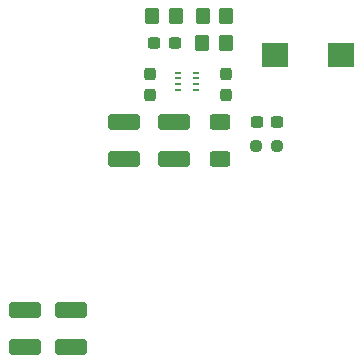
<source format=gbr>
%TF.GenerationSoftware,KiCad,Pcbnew,7.0.2-0*%
%TF.CreationDate,2024-02-05T19:35:51-05:00*%
%TF.ProjectId,Pi_HAT_V4,50695f48-4154-45f5-9634-2e6b69636164,rev?*%
%TF.SameCoordinates,Original*%
%TF.FileFunction,Paste,Bot*%
%TF.FilePolarity,Positive*%
%FSLAX46Y46*%
G04 Gerber Fmt 4.6, Leading zero omitted, Abs format (unit mm)*
G04 Created by KiCad (PCBNEW 7.0.2-0) date 2024-02-05 19:35:51*
%MOMM*%
%LPD*%
G01*
G04 APERTURE LIST*
G04 Aperture macros list*
%AMRoundRect*
0 Rectangle with rounded corners*
0 $1 Rounding radius*
0 $2 $3 $4 $5 $6 $7 $8 $9 X,Y pos of 4 corners*
0 Add a 4 corners polygon primitive as box body*
4,1,4,$2,$3,$4,$5,$6,$7,$8,$9,$2,$3,0*
0 Add four circle primitives for the rounded corners*
1,1,$1+$1,$2,$3*
1,1,$1+$1,$4,$5*
1,1,$1+$1,$6,$7*
1,1,$1+$1,$8,$9*
0 Add four rect primitives between the rounded corners*
20,1,$1+$1,$2,$3,$4,$5,0*
20,1,$1+$1,$4,$5,$6,$7,0*
20,1,$1+$1,$6,$7,$8,$9,0*
20,1,$1+$1,$8,$9,$2,$3,0*%
G04 Aperture macros list end*
%ADD10RoundRect,0.250000X-1.100000X0.412500X-1.100000X-0.412500X1.100000X-0.412500X1.100000X0.412500X0*%
%ADD11RoundRect,0.237500X-0.300000X-0.237500X0.300000X-0.237500X0.300000X0.237500X-0.300000X0.237500X0*%
%ADD12RoundRect,0.237500X-0.237500X0.300000X-0.237500X-0.300000X0.237500X-0.300000X0.237500X0.300000X0*%
%ADD13RoundRect,0.250000X1.100000X-0.412500X1.100000X0.412500X-1.100000X0.412500X-1.100000X-0.412500X0*%
%ADD14RoundRect,0.250000X0.625000X-0.400000X0.625000X0.400000X-0.625000X0.400000X-0.625000X-0.400000X0*%
%ADD15RoundRect,0.237500X0.300000X0.237500X-0.300000X0.237500X-0.300000X-0.237500X0.300000X-0.237500X0*%
%ADD16RoundRect,0.250000X0.350000X0.450000X-0.350000X0.450000X-0.350000X-0.450000X0.350000X-0.450000X0*%
%ADD17R,2.260600X2.108200*%
%ADD18RoundRect,0.250000X-0.350000X-0.450000X0.350000X-0.450000X0.350000X0.450000X-0.350000X0.450000X0*%
%ADD19R,0.609600X0.279400*%
%ADD20RoundRect,0.237500X-0.250000X-0.237500X0.250000X-0.237500X0.250000X0.237500X-0.250000X0.237500X0*%
G04 APERTURE END LIST*
D10*
%TO.C,C7*%
X123139200Y-99822000D03*
X123139200Y-102947000D03*
%TD*%
D11*
%TO.C,C9*%
X130212500Y-77275000D03*
X131937500Y-77275000D03*
%TD*%
D12*
%TO.C,C3*%
X136250000Y-79887500D03*
X136250000Y-81612500D03*
%TD*%
D10*
%TO.C,C6*%
X119239200Y-99822000D03*
X119239200Y-102947000D03*
%TD*%
D13*
%TO.C,C1*%
X131900000Y-87037500D03*
X131900000Y-83912500D03*
%TD*%
%TO.C,C2*%
X127650000Y-87037500D03*
X127650000Y-83912500D03*
%TD*%
D14*
%TO.C,R2*%
X135750000Y-87050000D03*
X135750000Y-83950000D03*
%TD*%
D15*
%TO.C,C4*%
X140612500Y-83975000D03*
X138887500Y-83975000D03*
%TD*%
D16*
%TO.C,R5*%
X136300000Y-77275000D03*
X134300000Y-77275000D03*
%TD*%
D17*
%TO.C,L1*%
X140481400Y-78250000D03*
X146018600Y-78250000D03*
%TD*%
D18*
%TO.C,R14*%
X130050000Y-75000000D03*
X132050000Y-75000000D03*
%TD*%
D19*
%TO.C,U1*%
X133749300Y-79749999D03*
X133749300Y-80250000D03*
X133749300Y-80750000D03*
X133749300Y-81250001D03*
X132250700Y-81250001D03*
X132250700Y-80750000D03*
X132250700Y-80250000D03*
X132250700Y-79749999D03*
%TD*%
D12*
%TO.C,C8*%
X129875000Y-79887500D03*
X129875000Y-81612500D03*
%TD*%
D20*
%TO.C,R4*%
X138812500Y-86000000D03*
X140637500Y-86000000D03*
%TD*%
D16*
%TO.C,R3*%
X136325000Y-75000000D03*
X134325000Y-75000000D03*
%TD*%
M02*

</source>
